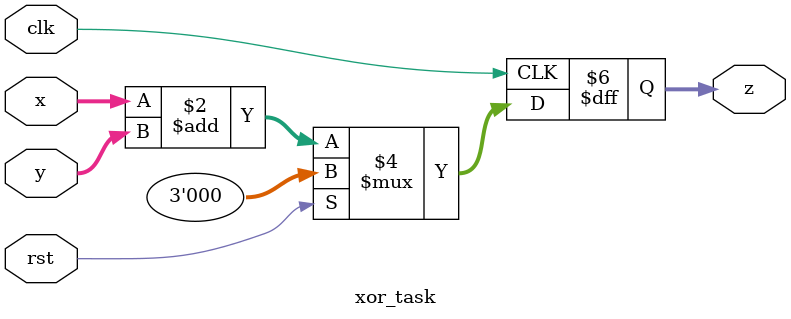
<source format=v>
module simple_module (
    clk,
    reset,
    a,
    b,    
    out,
    clk_out
    );

    input   clk;
    input   reset;
    input   [1:0] a,b;

    output  [2:0] out;
    output  clk_out;

    assign clk_out = clk;


    xor_task    my_mod(.clk(clk),
                        .x(a),
                        .y(b),
                        .rst(reset),
                        .z(out));



endmodule

module xor_task(clk,x,y,rst,z);
input clk;
input [1:0] x,y;
input rst;
output [2:0] z;
    
always @(posedge clk)
begin
    case(rst)
        1'b0:       z <= x + y;
        default:    z <= 1'b0;
    endcase
end
    
endmodule

</source>
